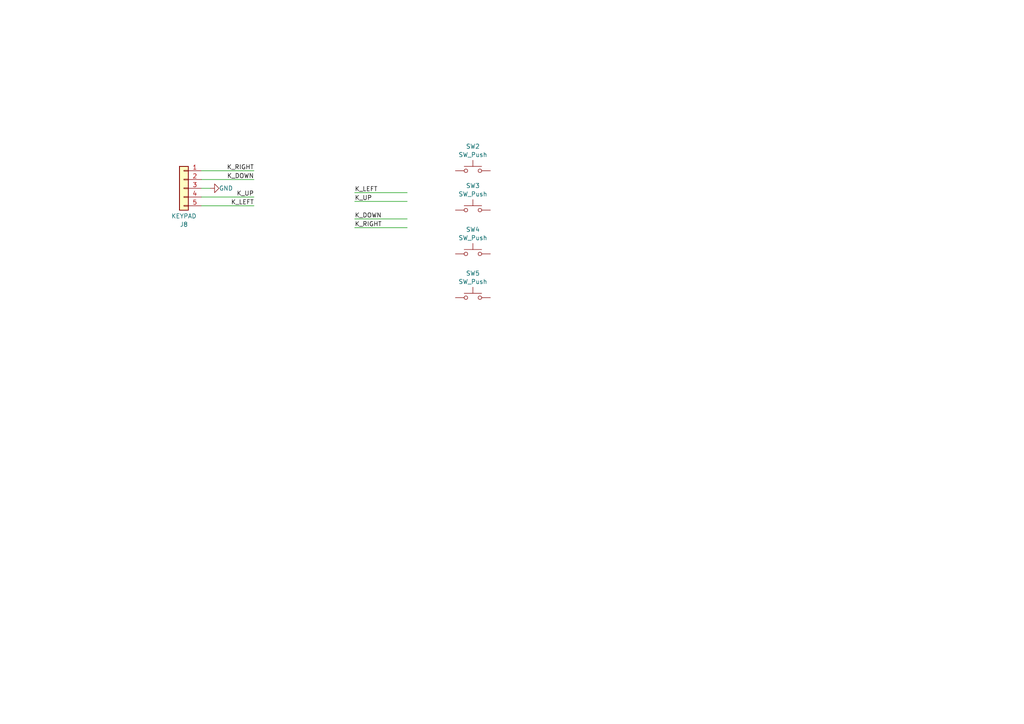
<source format=kicad_sch>
(kicad_sch (version 20231120) (generator "eeschema") (generator_version "8.0")
  (paper "A4")
  (lib_symbols
    (symbol "Connector_Generic:Conn_01x05" (pin_names (offset 1.016) hide)
      (property "Reference" "J" (at 0 7.62 0))
      (property "Value" "Conn_01x05" (at 0 -7.62 0))
      (symbol "Conn_01x05_1_1"
        (rectangle (start -1.27 -4.953) (end 0 -5.207) (stroke (width 0.1524)))
        (rectangle (start -1.27 -2.413) (end 0 -2.667) (stroke (width 0.1524)))
        (rectangle (start -1.27 0.127) (end 0 -0.127) (stroke (width 0.1524)))
        (rectangle (start -1.27 2.667) (end 0 2.413) (stroke (width 0.1524)))
        (rectangle (start -1.27 5.207) (end 0 4.953) (stroke (width 0.1524)))
        (rectangle (start -1.27 6.35) (end 1.27 -6.35) (stroke (width 0.254)) (fill (type background)))
        (pin passive line (at -5.08 5.08 0) (length 3.81) (name "Pin_1") (number "1"))
        (pin passive line (at -5.08 2.54 0) (length 3.81) (name "Pin_2") (number "2"))
        (pin passive line (at -5.08 0 0) (length 3.81) (name "Pin_3") (number "3"))
        (pin passive line (at -5.08 -2.54 0) (length 3.81) (name "Pin_4") (number "4"))
        (pin passive line (at -5.08 -5.08 0) (length 3.81) (name "Pin_5") (number "5"))
      )
    )
    (symbol "Switch:SW_Push" (pin_numbers hide) (pin_names (offset 1.016) hide)
      (property "Reference" "SW" (at 1.27 2.54 0))
      (property "Value" "SW_Push" (at 0 -1.524 0))
      (symbol "SW_Push_0_1"
        (circle (center -2.032 0) (radius 0.508))
        (polyline (pts (xy 0 1.27) (xy 0 3.048)))
        (polyline (pts (xy 2.54 1.27) (xy -2.54 1.27)))
        (circle (center 2.032 0) (radius 0.508))
        (pin passive line (at -5.08 0 0) (length 2.54) (name "1") (number "1"))
        (pin passive line (at 5.08 0 180) (length 2.54) (name "2") (number "2"))
      )
    )
    (symbol "power:GND" (power) (pin_numbers hide) (pin_names (offset 0) hide)
      (property "Value" "GND" (at 0 -3.81 0))
      (symbol "GND_0_1"
        (polyline (pts (xy 0 0) (xy 0 -1.27) (xy 1.27 -1.27) (xy 0 -2.54) (xy -1.27 -1.27) (xy 0 -1.27)))
      )
      (symbol "GND_1_1"
        (pin power_in line (at 0 0 270) (length 0) (name "~") (number "1"))
      )
    )
  )
  (wire (pts (xy 58.42 49.53) (xy 73.66 49.53)))
  (wire (pts (xy 118.11 58.42) (xy 102.87 58.42)))
  (wire (pts (xy 118.11 55.88) (xy 102.87 55.88)))
  (wire (pts (xy 58.42 59.69) (xy 73.66 59.69)))
  (wire (pts (xy 58.42 52.07) (xy 73.66 52.07)))
  (wire (pts (xy 118.11 63.5) (xy 102.87 63.5)))
  (wire (pts (xy 58.42 54.61) (xy 60.96 54.61)))
  (wire (pts (xy 58.42 57.15) (xy 73.66 57.15)))
  (wire (pts (xy 118.11 66.04) (xy 102.87 66.04)))
  (label "K_RIGHT" (at 73.66 49.53 180))
  (label "K_RIGHT" (at 102.87 66.04 0))
  (label "K_LEFT" (at 73.66 59.69 180))
  (label "K_UP" (at 73.66 57.15 180))
  (label "K_DOWN" (at 102.87 63.5 0))
  (label "K_DOWN" (at 73.66 52.07 180))
  (label "K_UP" (at 102.87 58.42 0))
  (label "K_LEFT" (at 102.87 55.88 0))
  (symbol (lib_id "Switch:SW_Push") (at 137.16 60.9396 0) (unit 1)
    (property "Reference" "SW3" (at 137.16 53.8741 0))
    (property "Value" "SW_Push" (at 137.16 56.2984 0))
    (property "Description" "Push button switch, generic, two pins" (effects (hide yes)))
  )
  (symbol (lib_id "Switch:SW_Push") (at 137.16 49.53 0) (unit 1)
    (property "Reference" "SW2" (at 137.16 42.4645 0))
    (property "Value" "SW_Push" (at 137.16 44.8888 0))
    (property "Description" "Push button switch, generic, two pins" (effects (hide yes)))
  )
  (symbol (lib_id "Connector_Generic:Conn_01x05") (at 53.34 54.61 0) (mirror y) (unit 1)
    (property "Reference" "J8" (at 53.34 65.1045 0))
    (property "Value" "KEYPAD" (at 53.34 62.6802 0))
    (property "Footprint" "Connector_PinSocket_2.54mm:PinSocket_1x05_P2.54mm_Horizontal" (effects (hide yes)))
    (property "Description" "Generic connector, single row, 01x05, script generated (kicad-library-utils/schlib/autogen/connector/)" (effects (hide yes)))
  )
  (symbol (lib_id "Switch:SW_Push") (at 137.16 73.6396 0) (unit 1)
    (property "Reference" "SW4" (at 137.16 66.5741 0))
    (property "Value" "SW_Push" (at 137.16 68.9984 0))
    (property "Description" "Push button switch, generic, two pins" (effects (hide yes)))
  )
  (symbol (lib_id "Switch:SW_Push") (at 137.16 86.3396 0) (unit 1)
    (property "Reference" "SW5" (at 137.16 79.2741 0))
    (property "Value" "SW_Push" (at 137.16 81.6984 0))
    (property "Description" "Push button switch, generic, two pins" (effects (hide yes)))
  )
  (symbol (lib_id "power:GND") (at 60.96 54.61 90) (unit 1)
    (property "Reference" "#PWR04" (effects (hide yes)))
    (property "Value" "GND" (at 65.532 54.61 90))
    (property "Description" "Power symbol creates a global label with name \"GND\" , ground" (effects (hide yes)))
  )
)
</source>
